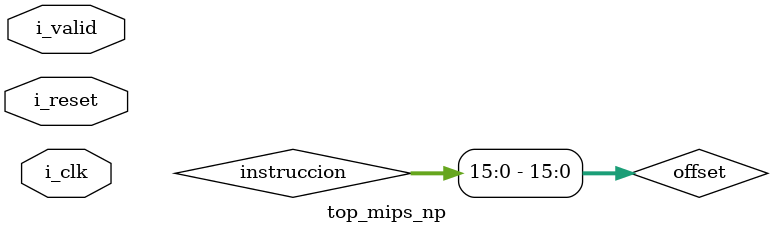
<source format=v>
`timescale 1ns / 1ps

module top_mips_np
(
    input wire i_clk, i_reset, i_valid
);

    reg [31:0] new_pc_addr;
    wire [31:0] pc;
    wire [31:0] instruccion;
    reg [5:0]  reg1; //(rs)
    reg [5:0]  reg2; //(rt)
    reg [5:0]  reg3; //(rd)
    wire [15:0] offset;
    wire [5:0]  opcode;
    wire [31:0] extended;
    reg	[5:0]  write_reg;	
    reg	[31:0] write_data;
    wire [31:0] read_data_1;
    wire [31:0] read_data_2;
    reg [31:0] datoB;
    wire [31:0] aluResult;
    wire        zero;
    wire [31:0] data_memory;
    
    wire [3:0] aluctrl;
    wire [2:0] aluop;
    wire       alusrc;
    wire       regdst;
    wire       branch;
    wire       memrd;
    wire       memwr;
    wire       memtoreg;
    wire       regwr;
    wire       jump;
    wire       PCSrc;
    
    always@(posedge i_clk)begin:fetch
        reg1    = instruccion[25:21]; //(rs)
        reg2    = instruccion[20:16]; //(rt)
        reg3    = instruccion[15:11]; //(rd)    
    end
    
    assign offset  = instruccion[15:0];
    assign PCSrc = branch && zero;
    
    //MUX 1: decide el valor del PC
    always@(posedge i_clk) begin        
        if(PCSrc)
            new_pc_addr <= pc + 4 + (extended << 2);
        else
            new_pc_addr <= pc + 4;
    end
    
    //MUX 2 decide el valor de i_write_reg (si es rt o rd)
    always@(posedge i_clk) begin
        if(regdst)
            write_reg <= reg3;
        else
            write_reg <= reg2;
    end
    
    //MUX 3 decide el valor de entrada a la ALU
    always@(posedge i_clk) begin
        if(alusrc)
            datoB <= extended;
        else
            datoB <= reg2;
    end
    
    //MUX 4 decide el valor a escribir en el registro
    always@(posedge i_clk) begin
        if(memtoreg)
            write_data <= data_memory;
        else
            write_data <= aluResult;
    end
    
    alu u_alu
    (
        .i_dato_A(read_data_1), .i_dato_B(datoB), .i_alu_ctrl(aluctrl),
        .o_alu_result(aluResult), .o_alu_zero(zero)
    );
    
    alu_ctrl u_alu_ctrl
    (
        .i_funcion(opcode), .i_alu_op(aluop),
        .o_alu_ctrl(aluctrl)
    );
    
    program_counter u_pc
    (
        .i_clk(i_clk), .i_reset(i_reset), .i_valid(i_valid), .i_address(new_pc_addr),
        .o_pc(pc)
    );
    
    registers u_register
    (
        .i_clk(i_clk), .i_reset(i_reset), .i_valid(i_valid),
        .i_read_reg_1(reg1), .i_read_reg_2(reg2), 
        .i_write_reg(write_reg), .i_write_data(write_data), .i_reg_write(regwr),
        .o_read_data_1(read_data_1), .o_read_data_2(read_data_2)
    );
    
    sign_extend u_sign_ex
    (
        .i_offset(offset),
        .o_extended(extended)
    );
    
    control_unit u_ctrl
    (
        .i_clk(i_clk), .i_reset(i_reset), .i_valid(i_valid),
        .i_instruccion(instruccion),
        .o_alu_op(aluop), .o_alu_src(alusrc), .o_reg_dst(regdst),
        .o_branch(branch), .o_mem_read(memrd), .o_mem_write(memwr),
        .o_mem_to_reg(memtoreg), .o_reg_write(regwr),
        .o_jump(jump),
        .o_opcode(opcode)
    );
    
    instruction_memory u_i_mem
    (
        .i_clk(i_clk), .i_valid(i_valid), .i_addr(pc),
        .o_instruccion(instruccion)
    );
    
    data_memory u_data_mem
    (
        .i_clk(i_clk), .i_valid(i_valid), .i_address(aluResult),
        .i_write_data(read_data_2), .i_read_enable(memrd), .i_write_enable(memwr),
        .o_read_data(data_memory)
    );
endmodule
</source>
